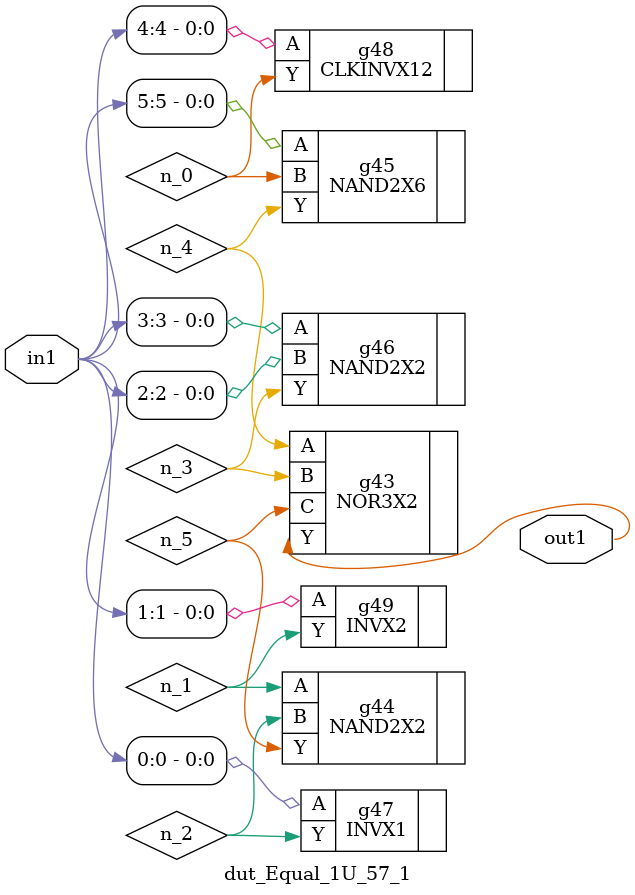
<source format=v>
`timescale 1ps / 1ps


module dut_Equal_1U_57_1(in1, out1);
  input [5:0] in1;
  output out1;
  wire [5:0] in1;
  wire out1;
  wire n_0, n_1, n_2, n_3, n_4, n_5;
  NOR3X2 g43(.A (n_4), .B (n_3), .C (n_5), .Y (out1));
  NAND2X2 g44(.A (n_1), .B (n_2), .Y (n_5));
  NAND2X6 g45(.A (in1[5]), .B (n_0), .Y (n_4));
  NAND2X2 g46(.A (in1[3]), .B (in1[2]), .Y (n_3));
  INVX1 g47(.A (in1[0]), .Y (n_2));
  INVX2 g49(.A (in1[1]), .Y (n_1));
  CLKINVX12 g48(.A (in1[4]), .Y (n_0));
endmodule



</source>
